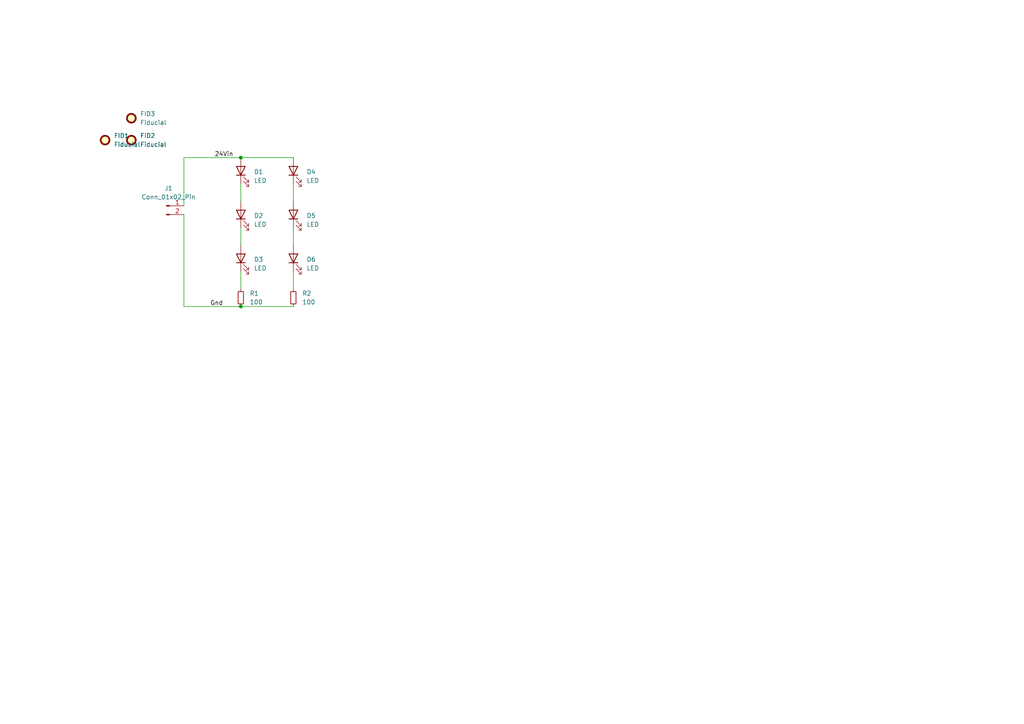
<source format=kicad_sch>
(kicad_sch (version 20231120) (generator "eeschema") (generator_version "8.0")
  (paper "A4")
  (title_block (title "Test Target") (date "2024-07-13") (rev "1") (company "enGYneer") (comment 1 "R0805"))
  (lib_symbols
    (symbol "Connector:Conn_01x02_Pin" (pin_names (offset 1.016) hide)
      (property "Reference" "J" (at 0 2.54 0))
      (property "Value" "Conn_01x02_Pin" (at 0 -5.08 0))
      (symbol "Conn_01x02_Pin_1_1"
        (polyline (pts (xy 1.27 -2.54) (xy 0.8636 -2.54)) (stroke (width 0.1524)))
        (polyline (pts (xy 1.27 0) (xy 0.8636 0)) (stroke (width 0.1524)))
        (rectangle (start 0.8636 -2.413) (end 0 -2.667) (stroke (width 0.1524)) (fill (type outline)))
        (rectangle (start 0.8636 0.127) (end 0 -0.127) (stroke (width 0.1524)) (fill (type outline)))
        (pin passive line (at 5.08 0 180) (length 3.81) (name "Pin_1") (number "1"))
        (pin passive line (at 5.08 -2.54 180) (length 3.81) (name "Pin_2") (number "2"))
      )
    )
    (symbol "Device:LED" (pin_numbers hide) (pin_names (offset 1.016) hide)
      (property "Reference" "D" (at 0 2.54 0))
      (property "Value" "LED" (at 0 -2.54 0))
      (symbol "LED_0_1"
        (polyline (pts (xy -1.27 -1.27) (xy -1.27 1.27)) (stroke (width 0.254)))
        (polyline (pts (xy -1.27 0) (xy 1.27 0)))
        (polyline (pts (xy 1.27 -1.27) (xy 1.27 1.27) (xy -1.27 0) (xy 1.27 -1.27)) (stroke (width 0.254)))
        (polyline (pts (xy -3.048 -0.762) (xy -4.572 -2.286) (xy -3.81 -2.286) (xy -4.572 -2.286) (xy -4.572 -1.524)))
        (polyline (pts (xy -1.778 -0.762) (xy -3.302 -2.286) (xy -2.54 -2.286) (xy -3.302 -2.286) (xy -3.302 -1.524)))
      )
      (symbol "LED_1_1"
        (pin passive line (at -3.81 0 0) (length 2.54) (name "K") (number "1"))
        (pin passive line (at 3.81 0 180) (length 2.54) (name "A") (number "2"))
      )
    )
    (symbol "Device:R_Small" (pin_numbers hide) (pin_names (offset 0.254) hide)
      (property "Reference" "R" (at 0.762 0.508 0))
      (property "Value" "R_Small" (at 0.762 -1.016 0))
      (symbol "R_Small_0_1"
        (rectangle (start -0.762 1.778) (end 0.762 -1.778) (stroke (width 0.2032)))
      )
      (symbol "R_Small_1_1"
        (pin passive line (at 0 2.54 270) (length 0.762) (name "~") (number "1"))
        (pin passive line (at 0 -2.54 90) (length 0.762) (name "~") (number "2"))
      )
    )
    (symbol "Mechanical:Fiducial" (exclude_from_sim yes) (in_bom no)
      (property "Reference" "FID" (at 0 5.08 0))
      (property "Value" "Fiducial" (at 0 3.175 0))
      (symbol "Fiducial_0_1"
        (circle (center 0 0) (radius 1.27) (stroke (width 0.508)) (fill (type background)))
      )
    )
  )
  (junction (at 69.85 45.72))
  (junction (at 69.85 88.9))
  (wire (pts (xy 53.34 45.72) (xy 53.34 59.69)))
  (wire (pts (xy 85.09 66.04) (xy 85.09 71.12)))
  (wire (pts (xy 69.85 66.04) (xy 69.85 71.12)))
  (wire (pts (xy 85.09 88.9) (xy 69.85 88.9)))
  (wire (pts (xy 53.34 45.72) (xy 69.85 45.72)))
  (wire (pts (xy 85.09 78.74) (xy 85.09 83.82)))
  (wire (pts (xy 53.34 62.23) (xy 53.34 88.9)))
  (wire (pts (xy 69.85 53.34) (xy 69.85 58.42)))
  (wire (pts (xy 69.85 78.74) (xy 69.85 83.82)))
  (wire (pts (xy 85.09 53.34) (xy 85.09 58.42)))
  (wire (pts (xy 85.09 45.72) (xy 69.85 45.72)))
  (wire (pts (xy 53.34 88.9) (xy 69.85 88.9)))
  (label "24Vin" (at 62.23 45.72 0))
  (label "Gnd" (at 60.96 88.9 0))
  (symbol (lib_id "Device:LED") (at 85.09 49.53 90) (unit 1)
    (property "Reference" "D4" (at 88.9 49.8474 90) (effects (justify right)))
    (property "Value" "LED" (at 88.9 52.3874 90) (effects (justify right)))
    (property "Footprint" "LED_SMD:LED_PLCC_2835_Handsoldering" (effects (hide yes)))
    (property "Description" "Light emitting diode" (effects (hide yes)))
  )
  (symbol (lib_id "Device:LED") (at 69.85 62.23 90) (unit 1)
    (property "Reference" "D2" (at 73.66 62.5474 90) (effects (justify right)))
    (property "Value" "LED" (at 73.66 65.0874 90) (effects (justify right)))
    (property "Footprint" "LED_SMD:LED_PLCC_2835_Handsoldering" (effects (hide yes)))
    (property "Description" "Light emitting diode" (effects (hide yes)))
  )
  (symbol (lib_id "Device:LED") (at 85.09 62.23 90) (unit 1)
    (property "Reference" "D5" (at 88.9 62.5474 90) (effects (justify right)))
    (property "Value" "LED" (at 88.9 65.0874 90) (effects (justify right)))
    (property "Footprint" "LED_SMD:LED_PLCC_2835_Handsoldering" (effects (hide yes)))
    (property "Description" "Light emitting diode" (effects (hide yes)))
  )
  (symbol (lib_id "Mechanical:Fiducial") (at 38.1 40.64 0) (unit 1) (exclude_from_sim yes) (in_bom no)
    (property "Reference" "FID2" (at 40.64 39.3699 0) (effects (justify left)))
    (property "Value" "Fiducial" (at 40.64 41.9099 0) (effects (justify left)))
    (property "Footprint" "Fiducial:Fiducial_1mm_Mask2mm" (effects (hide yes)))
    (property "Description" "Fiducial Marker" (effects (hide yes)))
  )
  (symbol (lib_id "Connector:Conn_01x02_Pin") (at 48.26 59.69 0) (unit 1)
    (property "Reference" "J1" (at 48.895 54.61 0))
    (property "Value" "Conn_01x02_Pin" (at 48.895 57.15 0))
    (property "Footprint" "Connector_PinHeader_1.00mm:PinHeader_1x02_P1.00mm_Vertical" (effects (hide yes)))
    (property "Description" "Generic connector, single row, 01x02, script generated" (effects (hide yes)))
  )
  (symbol (lib_id "Device:R_Small") (at 85.09 86.36 0) (unit 1)
    (property "Reference" "R2" (at 87.63 85.0899 0) (effects (justify left)))
    (property "Value" "100" (at 87.63 87.6299 0) (effects (justify left)))
    (property "Footprint" "Resistor_SMD:R_0805_2012Metric" (effects (hide yes)))
    (property "Description" "Resistor, small symbol" (effects (hide yes)))
  )
  (symbol (lib_id "Device:LED") (at 85.09 74.93 90) (unit 1)
    (property "Reference" "D6" (at 88.9 75.2474 90) (effects (justify right)))
    (property "Value" "LED" (at 88.9 77.7874 90) (effects (justify right)))
    (property "Footprint" "LED_SMD:LED_PLCC_2835_Handsoldering" (effects (hide yes)))
    (property "Description" "Light emitting diode" (effects (hide yes)))
  )
  (symbol (lib_id "Device:R_Small") (at 69.85 86.36 0) (unit 1)
    (property "Reference" "R1" (at 72.39 85.0899 0) (effects (justify left)))
    (property "Value" "100" (at 72.39 87.6299 0) (effects (justify left)))
    (property "Footprint" "Resistor_SMD:R_0805_2012Metric" (effects (hide yes)))
    (property "Description" "Resistor, small symbol" (effects (hide yes)))
  )
  (symbol (lib_id "Device:LED") (at 69.85 74.93 90) (unit 1)
    (property "Reference" "D3" (at 73.66 75.2474 90) (effects (justify right)))
    (property "Value" "LED" (at 73.66 77.7874 90) (effects (justify right)))
    (property "Footprint" "LED_SMD:LED_PLCC_2835_Handsoldering" (effects (hide yes)))
    (property "Description" "Light emitting diode" (effects (hide yes)))
  )
  (symbol (lib_id "Device:LED") (at 69.85 49.53 90) (unit 1)
    (property "Reference" "D1" (at 73.66 49.8474 90) (effects (justify right)))
    (property "Value" "LED" (at 73.66 52.3874 90) (effects (justify right)))
    (property "Footprint" "LED_SMD:LED_PLCC_2835_Handsoldering" (effects (hide yes)))
    (property "Description" "Light emitting diode" (effects (hide yes)))
  )
  (symbol (lib_id "Mechanical:Fiducial") (at 30.48 40.64 0) (unit 1) (exclude_from_sim yes) (in_bom no)
    (property "Reference" "FID1" (at 33.02 39.3699 0) (effects (justify left)))
    (property "Value" "Fiducial" (at 33.02 41.9099 0) (effects (justify left)))
    (property "Footprint" "Fiducial:Fiducial_1mm_Mask2mm" (effects (hide yes)))
    (property "Description" "Fiducial Marker" (effects (hide yes)))
  )
  (symbol (lib_id "Mechanical:Fiducial") (at 38.1 34.29 0) (unit 1) (exclude_from_sim yes) (in_bom no)
    (property "Reference" "FID3" (at 40.64 33.0199 0) (effects (justify left)))
    (property "Value" "Fiducial" (at 40.64 35.5599 0) (effects (justify left)))
    (property "Footprint" "Fiducial:Fiducial_1mm_Mask2mm" (effects (hide yes)))
    (property "Description" "Fiducial Marker" (effects (hide yes)))
  )
)
</source>
